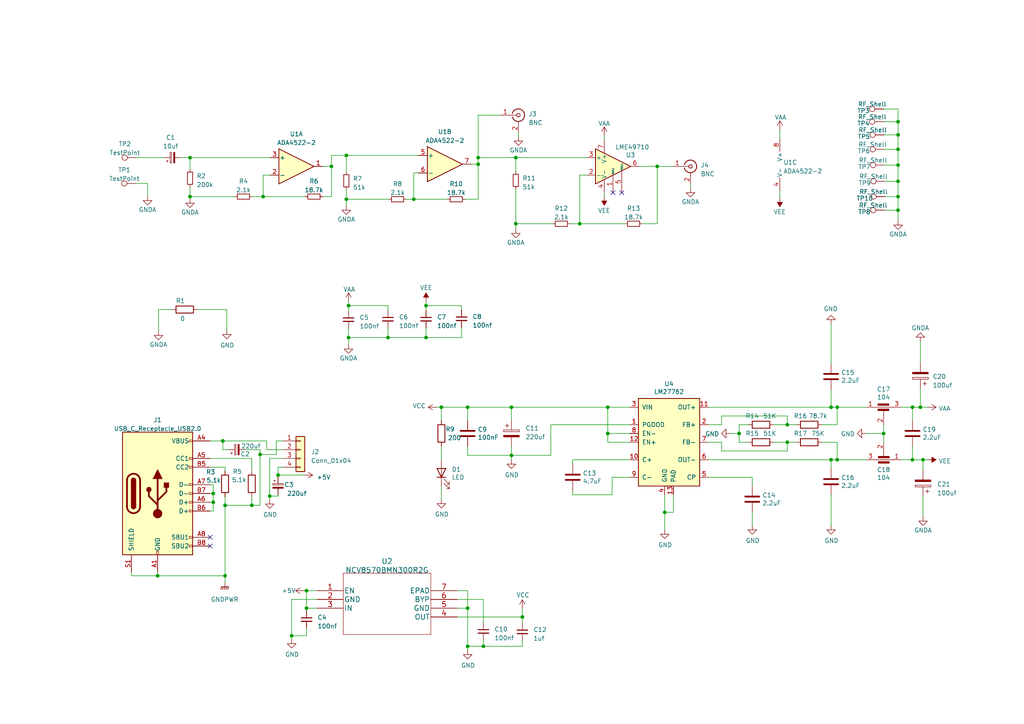
<source format=kicad_sch>
(kicad_sch (version 20220404) (generator eeschema)
  (paper "A4")
  (lib_symbols
    (symbol "Amplifier_Operational:NE5532" (pin_names (offset 0.127))
      (property "Reference" "U" (at 0 5.08 0))
      (property "Value" "NE5532" (at 0 -5.08 0))
      (symbol "NE5532_1_1"
        (pin output line (at 7.62 0 180) (length 2.54) (name "~") (number "1"))
        (pin input line (at -7.62 -2.54 0) (length 2.54) (name "-") (number "2"))
        (pin input line (at -7.62 2.54 0) (length 2.54) (name "+") (number "3"))
      )
      (symbol "NE5532_2_1"
        (pin input line (at -7.62 2.54 0) (length 2.54) (name "+") (number "5"))
        (pin input line (at -7.62 -2.54 0) (length 2.54) (name "-") (number "6"))
        (pin output line (at 7.62 0 180) (length 2.54) (name "~") (number "7"))
      )
      (symbol "NE5532_3_1"
        (pin power_in line (at -2.54 -7.62 90) (length 3.81) (name "V-") (number "4"))
        (pin power_in line (at -2.54 7.62 270) (length 3.81) (name "V+") (number "8"))
      )
    )
    (symbol "Amplifier_Operational:TL071" (pin_names (offset 0.127))
      (property "Reference" "U" (at 0 6.35 0))
      (property "Value" "TL071" (at 0 3.81 0))
      (symbol "TL071_1_1"
        (pin input line (at 0 -7.62 90) (length 5.08) (name "NULL") (number "1"))
        (pin input line (at -7.62 -2.54 0) (length 2.54) (name "-") (number "2"))
        (pin input line (at -7.62 2.54 0) (length 2.54) (name "+") (number "3"))
        (pin power_in line (at -2.54 -7.62 90) (length 3.81) (name "V-") (number "4"))
        (pin input line (at 2.54 -7.62 90) (length 6.35) (name "NULL") (number "5"))
        (pin output line (at 7.62 0 180) (length 2.54) (name "~") (number "6"))
        (pin power_in line (at -2.54 7.62 270) (length 3.81) (name "V+") (number "7"))
        (pin no_connect line (at 0 2.54 270) (length 2.54) hide (name "NC") (number "8"))
      )
    )
    (symbol "Connector:Conn_Coaxial" (pin_names (offset 1.016) hide)
      (property "Reference" "J" (at 0.254 3.048 0))
      (property "Value" "Conn_Coaxial" (at 2.921 0 90))
      (symbol "Conn_Coaxial_1_1"
        (pin passive line (at -5.08 0 0) (length 2.54) (name "In") (number "1"))
        (pin passive line (at 0 -5.08 90) (length 2.54) (name "Ext") (number "2"))
      )
    )
    (symbol "Connector:TestPoint" (pin_numbers hide) (pin_names (offset 0.762) hide)
      (property "Reference" "TP" (at 0 6.858 0))
      (property "Value" "TestPoint" (at 0 5.08 0))
      (symbol "TestPoint_1_1"
        (pin passive line (at 0 0 90) (length 2.54) (name "1") (number "1"))
      )
    )
    (symbol "Connector:USB_C_Receptacle_USB2.0" (pin_names (offset 1.016))
      (property "Reference" "J" (at -10.16 19.05 0))
      (property "Value" "USB_C_Receptacle_USB2.0" (at 19.05 19.05 0))
      (symbol "USB_C_Receptacle_USB2.0_1_1"
        (pin passive line (at 0 -22.86 90) (length 5.08) (name "GND") (number "A1"))
        (pin passive line (at 0 -22.86 90) (length 5.08) hide (name "GND") (number "A12"))
        (pin passive line (at 15.24 15.24 180) (length 5.08) (name "VBUS") (number "A4"))
        (pin bidirectional line (at 15.24 10.16 180) (length 5.08) (name "CC1") (number "A5"))
        (pin bidirectional line (at 15.24 -2.54 180) (length 5.08) (name "D+") (number "A6"))
        (pin bidirectional line (at 15.24 2.54 180) (length 5.08) (name "D-") (number "A7"))
        (pin bidirectional line (at 15.24 -12.7 180) (length 5.08) (name "SBU1") (number "A8"))
        (pin passive line (at 15.24 15.24 180) (length 5.08) hide (name "VBUS") (number "A9"))
        (pin passive line (at 0 -22.86 90) (length 5.08) hide (name "GND") (number "B1"))
        (pin passive line (at 0 -22.86 90) (length 5.08) hide (name "GND") (number "B12"))
        (pin passive line (at 15.24 15.24 180) (length 5.08) hide (name "VBUS") (number "B4"))
        (pin bidirectional line (at 15.24 7.62 180) (length 5.08) (name "CC2") (number "B5"))
        (pin bidirectional line (at 15.24 -5.08 180) (length 5.08) (name "D+") (number "B6"))
        (pin bidirectional line (at 15.24 0 180) (length 5.08) (name "D-") (number "B7"))
        (pin bidirectional line (at 15.24 -15.24 180) (length 5.08) (name "SBU2") (number "B8"))
        (pin passive line (at 15.24 15.24 180) (length 5.08) hide (name "VBUS") (number "B9"))
        (pin passive line (at -7.62 -22.86 90) (length 5.08) (name "SHIELD") (number "S1"))
      )
    )
    (symbol "Connector_Generic:Conn_01x04" (pin_names (offset 1.016) hide)
      (property "Reference" "J" (at 0 5.08 0))
      (property "Value" "Conn_01x04" (at 0 -7.62 0))
      (symbol "Conn_01x04_1_1"
        (pin passive line (at -5.08 2.54 0) (length 3.81) (name "Pin_1") (number "1"))
        (pin passive line (at -5.08 0 0) (length 3.81) (name "Pin_2") (number "2"))
        (pin passive line (at -5.08 -2.54 0) (length 3.81) (name "Pin_3") (number "3"))
        (pin passive line (at -5.08 -5.08 0) (length 3.81) (name "Pin_4") (number "4"))
      )
    )
    (symbol "Device:C" (pin_numbers hide) (pin_names (offset 0.254))
      (property "Reference" "C" (at 0.635 2.54 0))
      (property "Value" "C" (at 0.635 -2.54 0))
      (symbol "C_1_1"
        (pin passive line (at 0 3.81 270) (length 2.794) (name "~") (number "1"))
        (pin passive line (at 0 -3.81 90) (length 2.794) (name "~") (number "2"))
      )
    )
    (symbol "Device:C_Feedthrough" (pin_names (offset 0.254) hide)
      (property "Reference" "C" (at 0 7.62 0))
      (property "Value" "C_Feedthrough" (at 0 5.715 0))
      (symbol "C_Feedthrough_1_1"
        (pin passive line (at -5.08 2.54 0) (length 2.54) (name "1") (number "1"))
        (pin passive line (at 0 -2.54 90) (length 2.54) (name "2") (number "2"))
        (pin passive line (at 5.08 2.54 180) (length 2.54) (name "3") (number "3"))
      )
    )
    (symbol "Device:C_Polarized" (pin_numbers hide) (pin_names (offset 0.254))
      (property "Reference" "C" (at 0.635 2.54 0))
      (property "Value" "C_Polarized" (at 0.635 -2.54 0))
      (symbol "C_Polarized_1_1"
        (pin passive line (at 0 3.81 270) (length 2.794) (name "~") (number "1"))
        (pin passive line (at 0 -3.81 90) (length 2.794) (name "~") (number "2"))
      )
    )
    (symbol "Device:C_Polarized_Small" (pin_numbers hide) (pin_names (offset 0.254) hide)
      (property "Reference" "C" (at 0.254 1.778 0))
      (property "Value" "C_Polarized_Small" (at 0.254 -2.032 0))
      (symbol "C_Polarized_Small_1_1"
        (pin passive line (at 0 2.54 270) (length 1.8542) (name "~") (number "1"))
        (pin passive line (at 0 -2.54 90) (length 1.8542) (name "~") (number "2"))
      )
    )
    (symbol "Device:C_Small" (pin_numbers hide) (pin_names (offset 0.254) hide)
      (property "Reference" "C" (at 0.254 1.778 0))
      (property "Value" "C_Small" (at 0.254 -2.032 0))
      (symbol "C_Small_1_1"
        (pin passive line (at 0 2.54 270) (length 2.032) (name "~") (number "1"))
        (pin passive line (at 0 -2.54 90) (length 2.032) (name "~") (number "2"))
      )
    )
    (symbol "Device:LED" (pin_numbers hide) (pin_names (offset 1.016) hide)
      (property "Reference" "D" (at 0 2.54 0))
      (property "Value" "LED" (at 0 -2.54 0))
      (symbol "LED_1_1"
        (pin passive line (at -3.81 0 0) (length 2.54) (name "K") (number "1"))
        (pin passive line (at 3.81 0 180) (length 2.54) (name "A") (number "2"))
      )
    )
    (symbol "Device:R" (pin_numbers hide) (pin_names (offset 0))
      (property "Reference" "R" (at 2.032 0 90))
      (property "Value" "R" (at 0 0 90))
      (symbol "R_1_1"
        (pin passive line (at 0 3.81 270) (length 1.27) (name "~") (number "1"))
        (pin passive line (at 0 -3.81 90) (length 1.27) (name "~") (number "2"))
      )
    )
    (symbol "Device:R_Small" (pin_numbers hide) (pin_names (offset 0.254) hide)
      (property "Reference" "R" (at 0.762 0.508 0))
      (property "Value" "R_Small" (at 0.762 -1.016 0))
      (symbol "R_Small_1_1"
        (pin passive line (at 0 2.54 270) (length 0.762) (name "~") (number "1"))
        (pin passive line (at 0 -2.54 90) (length 0.762) (name "~") (number "2"))
      )
    )
    (symbol "NCV8579BMN:NCV8570BMN300R2G" (pin_names (offset 0.254))
      (property "Reference" "U" (at 20.32 10.16 0))
      (property "Value" "NCV8570BMN300R2G" (at 20.32 7.62 0))
      (symbol "NCV8570BMN300R2G_1_1"
        (pin unspecified line (at 0 0 0) (length 7.62) (name "EN") (number "1"))
        (pin power_in line (at 0 -2.54 0) (length 7.62) (name "GND") (number "2"))
        (pin input line (at 0 -5.08 0) (length 7.62) (name "IN") (number "3"))
        (pin output line (at 40.64 -7.62 180) (length 7.62) (name "OUT") (number "4"))
        (pin power_in line (at 40.64 -5.08 180) (length 7.62) (name "GND") (number "5"))
        (pin unspecified line (at 40.64 -2.54 180) (length 7.62) (name "BYP") (number "6"))
        (pin unspecified line (at 40.64 0 180) (length 7.62) (name "EPAD") (number "7"))
      )
    )
    (symbol "Regulator_SwitchedCapacitor:LM27762" (pin_names (offset 1.016))
      (property "Reference" "U" (at -6.604 8.89 0))
      (property "Value" "LM27762" (at 6.096 8.89 0))
      (symbol "LM27762_1_1"
        (pin open_collector line (at -10.16 0 0) (length 2.54) (name "PGOOD") (number "1"))
        (pin passive line (at -10.16 -10.16 0) (length 2.54) (name "C+") (number "10"))
        (pin power_out line (at 12.7 5.08 180) (length 2.54) (name "OUT+") (number "11"))
        (pin input line (at -10.16 -5.08 0) (length 2.54) (name "EN+") (number "12"))
        (pin power_in line (at 2.54 -20.32 90) (length 2.54) (name "PAD") (number "13"))
        (pin input line (at 12.7 0 180) (length 2.54) (name "FB+") (number "2"))
        (pin power_in line (at -10.16 5.08 0) (length 2.54) (name "VIN") (number "3"))
        (pin power_in line (at 0 -20.32 90) (length 2.54) (name "GND") (number "4"))
        (pin passive line (at 12.7 -15.24 180) (length 2.54) (name "CP") (number "5"))
        (pin power_out line (at 12.7 -10.16 180) (length 2.54) (name "OUT-") (number "6"))
        (pin input line (at 12.7 -5.08 180) (length 2.54) (name "FB-") (number "7"))
        (pin input line (at -10.16 -2.54 0) (length 2.54) (name "EN-") (number "8"))
        (pin passive line (at -10.16 -15.24 0) (length 2.54) (name "C-") (number "9"))
      )
    )
    (symbol "power:+5V" (power) (pin_names (offset 0))
      (property "Value" "+5V" (at 0 3.556 0))
      (symbol "+5V_1_1"
        (pin power_in line (at 0 0 90) (length 0) hide (name "+5V") (number "1"))
      )
    )
    (symbol "power:GND" (power) (pin_names (offset 0))
      (property "Value" "GND" (at 0 -3.81 0))
      (symbol "GND_1_1"
        (pin power_in line (at 0 0 270) (length 0) hide (name "GND") (number "1"))
      )
    )
    (symbol "power:GNDA" (power) (pin_names (offset 0))
      (property "Value" "GNDA" (at 0 -3.81 0))
      (symbol "GNDA_1_1"
        (pin power_in line (at 0 0 270) (length 0) hide (name "GNDA") (number "1"))
      )
    )
    (symbol "power:GNDPWR" (power) (pin_names (offset 0))
      (property "Value" "GNDPWR" (at 0 -3.302 0))
      (symbol "GNDPWR_1_1"
        (pin power_in line (at 0 0 270) (length 0) hide (name "GNDPWR") (number "1"))
      )
    )
    (symbol "power:VAA" (power) (pin_names (offset 0))
      (property "Value" "VAA" (at 0 3.81 0))
      (symbol "VAA_1_1"
        (pin power_in line (at 0 0 90) (length 0) hide (name "VAA") (number "1"))
      )
    )
    (symbol "power:VCC" (power) (pin_names (offset 0))
      (property "Value" "VCC" (at 0 3.81 0))
      (symbol "VCC_1_1"
        (pin power_in line (at 0 0 90) (length 0) hide (name "VCC") (number "1"))
      )
    )
    (symbol "power:VEE" (power) (pin_names (offset 0))
      (property "Value" "VEE" (at 0 3.81 0))
      (symbol "VEE_1_1"
        (pin power_in line (at 0 0 90) (length 0) hide (name "VEE") (number "1"))
      )
    )
  )
  (junction (at 256.286 125.73))
  (junction (at 88.9 176.403))
  (junction (at 123.571 88.646))
  (junction (at 55.118 45.72))
  (junction (at 45.72 167.005))
  (junction (at 138.684 45.72))
  (junction (at 135.636 118.11))
  (junction (at 84.582 184.404))
  (junction (at 260.477 47.879))
  (junction (at 260.477 57.023))
  (junction (at 88.9 171.323))
  (junction (at 112.522 97.917))
  (junction (at 149.606 45.72))
  (junction (at 138.684 47.625))
  (junction (at 267.716 133.35))
  (junction (at 260.477 52.578))
  (junction (at 241.046 118.11))
  (junction (at 151.511 178.943))
  (junction (at 135.636 187.452))
  (junction (at 80.645 137.795))
  (junction (at 65.278 146.558))
  (junction (at 168.148 64.897))
  (junction (at 135.636 176.403))
  (junction (at 61.849 143.129))
  (junction (at 149.606 64.897))
  (junction (at 100.457 57.785))
  (junction (at 64.643 127.889))
  (junction (at 148.336 132.08))
  (junction (at 120.015 57.785))
  (junction (at 176.276 125.73))
  (junction (at 123.571 97.917))
  (junction (at 96.139 48.26))
  (junction (at 65.278 167.005))
  (junction (at 61.849 145.669))
  (junction (at 260.477 35.306))
  (junction (at 73.025 146.558))
  (junction (at 242.824 133.35))
  (junction (at 228.346 128.27))
  (junction (at 260.477 60.96))
  (junction (at 241.046 133.35))
  (junction (at 55.118 57.023))
  (junction (at 228.346 123.19))
  (junction (at 190.627 48.26))
  (junction (at 75.438 131.826))
  (junction (at 148.336 118.11))
  (junction (at 242.824 118.11))
  (junction (at 100.457 45.085))
  (junction (at 76.327 57.023))
  (junction (at 260.477 39.116))
  (junction (at 101.092 97.917))
  (junction (at 214.376 125.73))
  (junction (at 176.276 118.11))
  (junction (at 101.092 88.646))
  (junction (at 128.016 118.11))
  (junction (at 140.208 187.452))
  (junction (at 264.668 118.11))
  (junction (at 266.954 118.11))
  (junction (at 78.232 143.891))
  (junction (at 260.477 43.307))
  (junction (at 264.668 133.35))
  (junction (at 192.786 148.59))
  (no_connect (at 60.96 158.369))
  (no_connect (at 60.96 155.829))
  (no_connect (at 180.34 55.88))
  (no_connect (at 177.8 55.88))
  (wire (pts (xy 264.668 129.54) (xy 264.668 133.35)))
  (wire (pts (xy 75.438 130.429) (xy 75.438 131.826)))
  (wire (pts (xy 159.766 132.08) (xy 148.336 132.08)))
  (wire (pts (xy 112.522 97.917) (xy 101.092 97.917)))
  (wire (pts (xy 66.167 130.429) (xy 64.643 130.429)))
  (wire (pts (xy 266.954 112.776) (xy 266.954 118.11)))
  (wire (pts (xy 78.359 50.8) (xy 76.327 50.8)))
  (wire (pts (xy 267.716 133.35) (xy 267.716 136.398)))
  (wire (pts (xy 149.606 45.72) (xy 170.18 45.72)))
  (wire (pts (xy 138.684 45.72) (xy 149.606 45.72)))
  (wire (pts (xy 73.152 57.023) (xy 76.327 57.023)))
  (wire (pts (xy 182.626 138.43) (xy 177.546 138.43)))
  (wire (pts (xy 132.588 176.403) (xy 135.636 176.403)))
  (wire (pts (xy 151.511 178.943) (xy 151.511 180.721)))
  (wire (pts (xy 211.836 125.73) (xy 214.376 125.73)))
  (wire (pts (xy 45.974 89.789) (xy 45.974 96.012)))
  (wire (pts (xy 266.954 105.156) (xy 266.954 99.06)))
  (wire (pts (xy 65.278 135.509) (xy 65.278 136.525)))
  (wire (pts (xy 241.046 93.98) (xy 241.046 105.41)))
  (wire (pts (xy 73.025 146.558) (xy 75.438 146.558)))
  (wire (pts (xy 135.636 118.11) (xy 128.016 118.11)))
  (wire (pts (xy 140.208 185.674) (xy 140.208 187.452)))
  (wire (pts (xy 82.042 135.509) (xy 80.645 135.509)))
  (wire (pts (xy 195.326 148.59) (xy 192.786 148.59)))
  (wire (pts (xy 93.599 57.023) (xy 96.139 57.023)))
  (wire (pts (xy 186.309 64.897) (xy 190.627 64.897)))
  (wire (pts (xy 264.668 118.11) (xy 264.668 121.92)))
  (wire (pts (xy 123.571 97.917) (xy 112.522 97.917)))
  (wire (pts (xy 135.636 121.92) (xy 135.636 118.11)))
  (wire (pts (xy 185.42 48.26) (xy 190.627 48.26)))
  (wire (pts (xy 260.477 47.879) (xy 260.477 52.578)))
  (wire (pts (xy 209.296 130.81) (xy 228.346 130.81)))
  (wire (pts (xy 151.511 185.801) (xy 151.511 187.452)))
  (wire (pts (xy 65.278 146.558) (xy 73.025 146.558)))
  (wire (pts (xy 135.636 132.08) (xy 148.336 132.08)))
  (wire (pts (xy 166.116 133.35) (xy 182.626 133.35)))
  (wire (pts (xy 138.684 47.625) (xy 138.684 57.785)))
  (wire (pts (xy 140.208 173.863) (xy 140.208 180.594)))
  (wire (pts (xy 73.025 144.145) (xy 73.025 146.558)))
  (wire (pts (xy 150.368 38.481) (xy 150.368 39.624)))
  (wire (pts (xy 77.343 130.429) (xy 77.343 127.889)))
  (wire (pts (xy 151.511 187.452) (xy 140.208 187.452)))
  (wire (pts (xy 228.346 123.19) (xy 230.886 123.19)))
  (wire (pts (xy 224.536 128.27) (xy 228.346 128.27)))
  (wire (pts (xy 49.784 89.789) (xy 45.974 89.789)))
  (wire (pts (xy 260.477 52.578) (xy 256.667 52.578)))
  (wire (pts (xy 214.376 123.19) (xy 214.376 125.73)))
  (wire (pts (xy 133.858 94.996) (xy 133.858 97.917)))
  (wire (pts (xy 205.486 128.27) (xy 209.296 128.27)))
  (wire (pts (xy 84.582 173.863) (xy 91.948 173.863)))
  (wire (pts (xy 80.645 143.51) (xy 80.645 143.891)))
  (wire (pts (xy 84.582 184.404) (xy 84.582 173.863)))
  (wire (pts (xy 121.412 50.165) (xy 120.015 50.165)))
  (wire (pts (xy 135.636 118.11) (xy 148.336 118.11)))
  (wire (pts (xy 100.457 45.085) (xy 96.139 45.085)))
  (wire (pts (xy 135.636 188.595) (xy 135.636 187.452)))
  (wire (pts (xy 175.26 55.88) (xy 175.26 57.023)))
  (wire (pts (xy 123.571 87.503) (xy 123.571 88.646)))
  (wire (pts (xy 76.327 57.023) (xy 88.519 57.023)))
  (wire (pts (xy 88.9 184.404) (xy 84.582 184.404)))
  (wire (pts (xy 128.016 121.92) (xy 128.016 118.11)))
  (wire (pts (xy 251.206 118.11) (xy 242.824 118.11)))
  (wire (pts (xy 260.477 43.307) (xy 260.477 47.879)))
  (wire (pts (xy 168.148 50.8) (xy 168.148 64.897)))
  (wire (pts (xy 100.457 45.085) (xy 100.457 49.911)))
  (wire (pts (xy 256.286 35.306) (xy 260.477 35.306)))
  (wire (pts (xy 242.824 128.27) (xy 242.824 133.35)))
  (wire (pts (xy 224.536 123.19) (xy 228.346 123.19)))
  (wire (pts (xy 256.413 39.116) (xy 260.477 39.116)))
  (wire (pts (xy 61.849 148.209) (xy 60.96 148.209)))
  (wire (pts (xy 149.606 45.72) (xy 149.606 49.784)))
  (wire (pts (xy 148.336 118.11) (xy 176.276 118.11)))
  (wire (pts (xy 120.015 57.785) (xy 117.856 57.785)))
  (wire (pts (xy 91.948 176.403) (xy 88.9 176.403)))
  (wire (pts (xy 256.667 57.023) (xy 260.477 57.023)))
  (wire (pts (xy 68.072 57.023) (xy 55.118 57.023)))
  (wire (pts (xy 82.042 130.429) (xy 77.343 130.429)))
  (wire (pts (xy 60.96 145.669) (xy 61.849 145.669)))
  (wire (pts (xy 177.546 143.51) (xy 166.116 143.51)))
  (wire (pts (xy 65.278 167.005) (xy 65.278 168.91)))
  (wire (pts (xy 205.486 118.11) (xy 241.046 118.11)))
  (wire (pts (xy 238.506 128.27) (xy 242.824 128.27)))
  (wire (pts (xy 192.786 143.51) (xy 192.786 148.59)))
  (wire (pts (xy 209.296 128.27) (xy 209.296 130.81)))
  (wire (pts (xy 182.626 123.19) (xy 159.766 123.19)))
  (wire (pts (xy 266.954 118.11) (xy 268.986 118.11)))
  (wire (pts (xy 39.497 45.72) (xy 47.498 45.72)))
  (wire (pts (xy 121.412 45.085) (xy 100.457 45.085)))
  (wire (pts (xy 160.274 64.897) (xy 149.606 64.897)))
  (wire (pts (xy 38.1 165.989) (xy 38.1 167.005)))
  (wire (pts (xy 138.684 57.785) (xy 134.874 57.785)))
  (wire (pts (xy 148.336 121.92) (xy 148.336 118.11)))
  (wire (pts (xy 135.636 171.323) (xy 132.588 171.323)))
  (wire (pts (xy 101.092 87.503) (xy 101.092 88.646)))
  (wire (pts (xy 128.016 129.54) (xy 128.016 133.35)))
  (wire (pts (xy 238.506 123.19) (xy 242.824 123.19)))
  (wire (pts (xy 128.016 140.97) (xy 128.016 144.78)))
  (wire (pts (xy 218.186 138.43) (xy 205.486 138.43)))
  (wire (pts (xy 251.206 125.73) (xy 256.286 125.73)))
  (wire (pts (xy 65.278 144.145) (xy 65.278 146.558)))
  (wire (pts (xy 176.276 118.11) (xy 182.626 118.11)))
  (wire (pts (xy 101.092 88.646) (xy 112.522 88.646)))
  (wire (pts (xy 242.824 133.35) (xy 241.046 133.35)))
  (wire (pts (xy 182.626 128.27) (xy 176.276 128.27)))
  (wire (pts (xy 101.092 95.25) (xy 101.092 97.917)))
  (wire (pts (xy 60.96 140.589) (xy 61.849 140.589)))
  (wire (pts (xy 256.413 43.307) (xy 260.477 43.307)))
  (wire (pts (xy 241.046 143.51) (xy 241.046 152.4)))
  (wire (pts (xy 260.477 57.023) (xy 260.477 60.96)))
  (wire (pts (xy 96.139 45.085) (xy 96.139 48.26)))
  (wire (pts (xy 192.786 148.59) (xy 192.786 153.67)))
  (wire (pts (xy 38.1 167.005) (xy 45.72 167.005)))
  (wire (pts (xy 260.477 35.306) (xy 260.477 39.116)))
  (wire (pts (xy 78.232 144.907) (xy 78.232 143.891)))
  (wire (pts (xy 65.786 89.789) (xy 65.786 95.758)))
  (wire (pts (xy 96.139 48.26) (xy 93.599 48.26)))
  (wire (pts (xy 256.286 128.27) (xy 256.286 125.73)))
  (wire (pts (xy 166.116 134.62) (xy 166.116 133.35)))
  (wire (pts (xy 71.247 130.429) (xy 75.438 130.429)))
  (wire (pts (xy 120.015 50.165) (xy 120.015 57.785)))
  (wire (pts (xy 80.137 127.889) (xy 80.137 131.826)))
  (wire (pts (xy 195.326 143.51) (xy 195.326 148.59)))
  (wire (pts (xy 218.186 140.97) (xy 218.186 138.43)))
  (wire (pts (xy 65.278 146.558) (xy 65.278 167.005)))
  (wire (pts (xy 100.457 57.785) (xy 100.457 59.69)))
  (wire (pts (xy 256.286 31.623) (xy 260.477 31.623)))
  (wire (pts (xy 80.645 137.795) (xy 80.645 138.43)))
  (wire (pts (xy 60.96 143.129) (xy 61.849 143.129)))
  (wire (pts (xy 135.636 129.54) (xy 135.636 132.08)))
  (wire (pts (xy 151.511 176.53) (xy 151.511 178.943)))
  (wire (pts (xy 136.652 47.625) (xy 138.684 47.625)))
  (wire (pts (xy 64.643 130.429) (xy 64.643 127.889)))
  (wire (pts (xy 132.588 178.943) (xy 151.511 178.943)))
  (wire (pts (xy 176.276 128.27) (xy 176.276 125.73)))
  (wire (pts (xy 226.187 55.372) (xy 226.187 57.404)))
  (wire (pts (xy 260.477 52.578) (xy 260.477 57.023)))
  (wire (pts (xy 132.588 173.863) (xy 140.208 173.863)))
  (wire (pts (xy 61.849 140.589) (xy 61.849 143.129)))
  (wire (pts (xy 256.54 47.879) (xy 260.477 47.879)))
  (wire (pts (xy 264.668 133.35) (xy 261.366 133.35)))
  (wire (pts (xy 228.346 128.27) (xy 230.886 128.27)))
  (wire (pts (xy 145.288 33.401) (xy 138.684 33.401)))
  (wire (pts (xy 267.716 133.35) (xy 264.668 133.35)))
  (wire (pts (xy 61.849 143.129) (xy 61.849 145.669)))
  (wire (pts (xy 100.457 57.785) (xy 100.457 54.991)))
  (wire (pts (xy 159.766 123.19) (xy 159.766 132.08)))
  (wire (pts (xy 96.139 57.023) (xy 96.139 48.26)))
  (wire (pts (xy 138.684 45.72) (xy 138.684 47.625)))
  (wire (pts (xy 148.336 132.08) (xy 148.336 133.35)))
  (wire (pts (xy 267.716 144.018) (xy 267.716 149.86)))
  (wire (pts (xy 52.578 45.72) (xy 55.118 45.72)))
  (wire (pts (xy 82.042 127.889) (xy 80.137 127.889)))
  (wire (pts (xy 264.668 118.11) (xy 266.954 118.11)))
  (wire (pts (xy 260.477 31.623) (xy 260.477 35.306)))
  (wire (pts (xy 216.916 123.19) (xy 214.376 123.19)))
  (wire (pts (xy 170.18 50.8) (xy 168.148 50.8)))
  (wire (pts (xy 200.279 53.34) (xy 200.279 54.61)))
  (wire (pts (xy 61.849 145.669) (xy 61.849 148.209)))
  (wire (pts (xy 55.118 45.72) (xy 78.359 45.72)))
  (wire (pts (xy 133.858 97.917) (xy 123.571 97.917)))
  (wire (pts (xy 205.486 123.19) (xy 209.296 123.19)))
  (wire (pts (xy 135.636 176.403) (xy 135.636 171.323)))
  (wire (pts (xy 42.799 53.213) (xy 42.799 56.896)))
  (wire (pts (xy 112.522 88.646) (xy 112.522 90.043)))
  (wire (pts (xy 260.477 60.96) (xy 260.477 64.008)))
  (wire (pts (xy 77.343 127.889) (xy 64.643 127.889)))
  (wire (pts (xy 101.092 88.646) (xy 101.092 90.17)))
  (wire (pts (xy 45.72 167.005) (xy 65.278 167.005)))
  (wire (pts (xy 177.546 138.43) (xy 177.546 143.51)))
  (wire (pts (xy 80.645 135.509) (xy 80.645 137.795)))
  (wire (pts (xy 120.015 57.785) (xy 129.794 57.785)))
  (wire (pts (xy 251.206 133.35) (xy 242.824 133.35)))
  (wire (pts (xy 128.016 118.11) (xy 126.746 118.11)))
  (wire (pts (xy 88.9 176.403) (xy 88.9 171.323)))
  (wire (pts (xy 256.286 125.73) (xy 256.286 123.19)))
  (wire (pts (xy 175.26 39.37) (xy 175.26 40.64)))
  (wire (pts (xy 78.232 132.969) (xy 82.042 132.969)))
  (wire (pts (xy 228.346 130.81) (xy 228.346 128.27)))
  (wire (pts (xy 182.626 125.73) (xy 176.276 125.73)))
  (wire (pts (xy 176.276 125.73) (xy 176.276 118.11)))
  (wire (pts (xy 112.776 57.785) (xy 100.457 57.785)))
  (wire (pts (xy 78.232 143.891) (xy 78.232 132.969)))
  (wire (pts (xy 218.186 148.59) (xy 218.186 152.4)))
  (wire (pts (xy 88.9 171.323) (xy 91.948 171.323)))
  (wire (pts (xy 165.354 64.897) (xy 168.148 64.897)))
  (wire (pts (xy 123.571 95.123) (xy 123.571 97.917)))
  (wire (pts (xy 214.376 128.27) (xy 216.916 128.27)))
  (wire (pts (xy 138.684 33.401) (xy 138.684 45.72)))
  (wire (pts (xy 242.824 118.11) (xy 241.046 118.11)))
  (wire (pts (xy 261.366 118.11) (xy 264.668 118.11)))
  (wire (pts (xy 256.54 60.96) (xy 260.477 60.96)))
  (wire (pts (xy 55.118 45.72) (xy 55.118 49.149)))
  (wire (pts (xy 123.571 88.646) (xy 123.571 90.043)))
  (wire (pts (xy 149.606 64.897) (xy 149.606 54.864)))
  (wire (pts (xy 268.986 133.35) (xy 267.716 133.35)))
  (wire (pts (xy 190.627 64.897) (xy 190.627 48.26)))
  (wire (pts (xy 88.138 137.795) (xy 80.645 137.795)))
  (wire (pts (xy 135.636 187.452) (xy 135.636 176.403)))
  (wire (pts (xy 148.336 129.54) (xy 148.336 132.08)))
  (wire (pts (xy 214.376 125.73) (xy 214.376 128.27)))
  (wire (pts (xy 101.092 97.917) (xy 101.092 99.949)))
  (wire (pts (xy 84.582 185.42) (xy 84.582 184.404)))
  (wire (pts (xy 73.025 132.969) (xy 73.025 136.525)))
  (wire (pts (xy 76.327 50.8) (xy 76.327 57.023)))
  (wire (pts (xy 45.72 165.989) (xy 45.72 167.005)))
  (wire (pts (xy 60.96 135.509) (xy 65.278 135.509)))
  (wire (pts (xy 242.824 123.19) (xy 242.824 118.11)))
  (wire (pts (xy 57.404 89.789) (xy 65.786 89.789)))
  (wire (pts (xy 205.486 133.35) (xy 241.046 133.35)))
  (wire (pts (xy 228.346 120.65) (xy 228.346 123.19)))
  (wire (pts (xy 133.858 88.646) (xy 133.858 89.916)))
  (wire (pts (xy 88.9 176.403) (xy 88.9 177.165)))
  (wire (pts (xy 241.046 133.35) (xy 241.046 135.89)))
  (wire (pts (xy 112.522 95.123) (xy 112.522 97.917)))
  (wire (pts (xy 260.477 39.116) (xy 260.477 43.307)))
  (wire (pts (xy 123.571 88.646) (xy 133.858 88.646)))
  (wire (pts (xy 226.187 37.592) (xy 226.187 40.132)))
  (wire (pts (xy 80.137 131.826) (xy 75.438 131.826)))
  (wire (pts (xy 60.96 132.969) (xy 73.025 132.969)))
  (wire (pts (xy 55.118 54.229) (xy 55.118 57.023)))
  (wire (pts (xy 168.148 64.897) (xy 181.229 64.897)))
  (wire (pts (xy 190.627 48.26) (xy 195.199 48.26)))
  (wire (pts (xy 75.438 131.826) (xy 75.438 146.558)))
  (wire (pts (xy 88.265 171.323) (xy 88.9 171.323)))
  (wire (pts (xy 60.96 127.889) (xy 64.643 127.889)))
  (wire (pts (xy 241.046 118.11) (xy 241.046 113.03)))
  (wire (pts (xy 209.296 123.19) (xy 209.296 120.65)))
  (wire (pts (xy 55.118 57.023) (xy 55.118 57.658)))
  (wire (pts (xy 166.116 143.51) (xy 166.116 142.24)))
  (wire (pts (xy 80.645 143.891) (xy 78.232 143.891)))
  (wire (pts (xy 209.296 120.65) (xy 228.346 120.65)))
  (wire (pts (xy 140.208 187.452) (xy 135.636 187.452)))
  (wire (pts (xy 149.606 64.897) (xy 149.606 66.421)))
  (wire (pts (xy 42.799 53.213) (xy 39.37 53.213)))
  (wire (pts (xy 88.9 182.245) (xy 88.9 184.404)))
  (symbol (lib_id "Device:C_Feedthrough") (at 256.286 130.81 180) (unit 1)
    (default_instance (reference "U") (unit 1) (value "") (footprint ""))
    (property "Reference" "C18" (at 256.286 136.2202 0))
    (property "Value" "104" (at 256.286 138.5316 0))
    (property "Footprint" "FP:C_Feed_0805_2012Metric" (effects hide))
  )
  (symbol (lib_id "power:GND") (at 218.186 152.4 0) (unit 1)
    (default_instance (reference "U") (unit 1) (value "") (footprint ""))
    (property "Reference" "#PWR026" (effects hide))
    (property "Value" "GND" (at 218.313 156.7942 0))
  )
  (symbol (lib_id "power:GNDA") (at 100.457 59.69 0) (unit 1)
    (default_instance (reference "#PWR") (unit 1) (value "GNDA") (footprint ""))
    (property "Reference" "#PWR010" (effects hide))
    (property "Value" "GNDA" (at 100.457 63.627 0))
  )
  (symbol (lib_id "power:GNDPWR") (at 65.278 168.91 0) (unit 1)
    (default_instance (reference "#PWR") (unit 1) (value "GNDPWR") (footprint ""))
    (property "Reference" "#PWR04" (effects hide))
    (property "Value" "GNDPWR" (at 65.151 173.863 0))
  )
  (symbol (lib_id "power:GND") (at 148.336 133.35 0) (unit 1)
    (default_instance (reference "U") (unit 1) (value "") (footprint ""))
    (property "Reference" "#PWR017" (effects hide))
    (property "Value" "GND" (at 148.463 137.7442 0))
  )
  (symbol (lib_id "Device:R") (at 73.025 140.335 180) (unit 1)
    (default_instance (reference "U") (unit 1) (value "") (footprint ""))
    (property "Reference" "R5" (at 68.834 136.779 0))
    (property "Value" "5.1k" (at 69.342 139.192 0))
    (property "Footprint" "Resistor_SMD:R_0603_1608Metric" (effects hide))
  )
  (symbol (lib_id "power:GNDA") (at 101.092 99.949 0) (unit 1)
    (default_instance (reference "#PWR") (unit 1) (value "GNDA") (footprint ""))
    (property "Reference" "#PWR012" (effects hide))
    (property "Value" "GNDA" (at 101.092 103.886 0))
  )
  (symbol (lib_id "power:GNDA") (at 149.606 66.421 0) (unit 1)
    (default_instance (reference "#PWR") (unit 1) (value "GNDA") (footprint ""))
    (property "Reference" "#PWR018" (effects hide))
    (property "Value" "GNDA" (at 149.606 70.358 0))
  )
  (symbol (lib_id "Device:C") (at 166.116 138.43 0) (unit 1)
    (default_instance (reference "U") (unit 1) (value "") (footprint ""))
    (property "Reference" "C13" (at 169.037 137.2616 0) (effects (justify left)))
    (property "Value" "4.7uF" (at 169.037 139.573 0) (effects (justify left)))
    (property "Footprint" "Capacitor_SMD:C_0805_2012Metric" (effects hide))
  )
  (symbol (lib_id "Device:R_Small") (at 132.334 57.785 90) (unit 1)
    (default_instance (reference "R") (unit 1) (value "R_Small") (footprint ""))
    (property "Reference" "R10" (at 132.334 53.34 90))
    (property "Value" "18.7k" (at 132.334 55.88 90))
    (property "Footprint" "Resistor_SMD:R_0603_1608Metric" (effects hide))
  )
  (symbol (lib_id "power:VAA") (at 268.986 118.11 270) (unit 1)
    (default_instance (reference "U") (unit 1) (value "") (footprint ""))
    (property "Reference" "#PWR035" (effects hide))
    (property "Value" "VAA" (at 272.2372 118.491 90) (effects (justify left)))
  )
  (symbol (lib_id "Amplifier_Operational:NE5532") (at 129.032 47.625 0) (unit 2)
    (default_instance (reference "U") (unit 1) (value "NE5532") (footprint ""))
    (property "Reference" "U1" (at 129.032 38.227 0))
    (property "Value" "ADA4522-2" (at 129.032 40.767 0))
    (property "Footprint" "Package_SO:SOIC-8_3.9x4.9mm_P1.27mm" (effects hide))
  )
  (symbol (lib_id "Device:R") (at 220.726 128.27 270) (unit 1)
    (default_instance (reference "U") (unit 1) (value "") (footprint ""))
    (property "Reference" "R15" (at 218.186 125.73 90))
    (property "Value" "51K" (at 223.266 125.73 90))
    (property "Footprint" "Resistor_SMD:R_0603_1608Metric" (effects hide))
  )
  (symbol (lib_id "Device:C_Polarized") (at 267.716 140.208 180) (unit 1)
    (default_instance (reference "C") (unit 1) (value "C_Polarized") (footprint ""))
    (property "Reference" "C21" (at 271.78 140.462 0) (effects (justify right)))
    (property "Value" "100uf" (at 271.78 143.002 0) (effects (justify right)))
    (property "Footprint" "Capacitor_SMD:C_1210_3225Metric" (effects hide))
  )
  (symbol (lib_id "power:GND") (at 78.232 144.907 0) (unit 1)
    (default_instance (reference "U") (unit 1) (value "") (footprint ""))
    (property "Reference" "#PWR06" (effects hide))
    (property "Value" "GND" (at 78.359 149.3012 0))
  )
  (symbol (lib_id "Connector:TestPoint") (at 256.286 31.623 90) (unit 1)
    (default_instance (reference "TP") (unit 1) (value "TestPoint") (footprint ""))
    (property "Reference" "TP3" (at 250.444 32.131 90))
    (property "Value" "RF_Shell" (at 252.984 30.226 90))
    (property "Footprint" "TestPoint:TestPoint_Pad_1.5x1.5mm" (effects hide))
  )
  (symbol (lib_id "Device:R") (at 220.726 123.19 270) (unit 1)
    (default_instance (reference "U") (unit 1) (value "") (footprint ""))
    (property "Reference" "R14" (at 218.186 120.65 90))
    (property "Value" "51K" (at 223.266 120.65 90))
    (property "Footprint" "Resistor_SMD:R_0603_1608Metric" (effects hide))
  )
  (symbol (lib_id "power:VEE") (at 226.187 57.404 180) (unit 1)
    (default_instance (reference "U") (unit 1) (value "") (footprint ""))
    (property "Reference" "#PWR028" (effects hide))
    (property "Value" "VEE" (at 227.965 61.468 0) (effects (justify left)))
  )
  (symbol (lib_id "Device:R") (at 234.696 123.19 270) (unit 1)
    (default_instance (reference "U") (unit 1) (value "") (footprint ""))
    (property "Reference" "R16" (at 232.156 120.65 90))
    (property "Value" "78.7k" (at 237.236 120.65 90))
    (property "Footprint" "Resistor_SMD:R_0603_1608Metric" (effects hide))
  )
  (symbol (lib_id "power:GNDA") (at 260.477 64.008 0) (unit 1)
    (default_instance (reference "#PWR") (unit 1) (value "GNDA") (footprint ""))
    (property "Reference" "#PWR032" (effects hide))
    (property "Value" "GNDA" (at 260.477 67.945 0))
  )
  (symbol (lib_id "Device:R_Small") (at 115.316 57.785 90) (unit 1)
    (default_instance (reference "R") (unit 1) (value "R_Small") (footprint ""))
    (property "Reference" "R8" (at 115.316 53.34 90))
    (property "Value" "2.1k" (at 115.316 55.88 90))
    (property "Footprint" "Resistor_SMD:R_0603_1608Metric" (effects hide))
  )
  (symbol (lib_id "Device:C_Polarized") (at 266.954 108.966 180) (unit 1)
    (default_instance (reference "C") (unit 1) (value "C_Polarized") (footprint ""))
    (property "Reference" "C20" (at 270.51 109.22 0) (effects (justify right)))
    (property "Value" "100uf" (at 270.51 111.76 0) (effects (justify right)))
    (property "Footprint" "Capacitor_SMD:C_1210_3225Metric" (effects hide))
  )
  (symbol (lib_id "power:GNDA") (at 200.279 54.61 0) (unit 1)
    (default_instance (reference "#PWR") (unit 1) (value "GNDA") (footprint ""))
    (property "Reference" "#PWR024" (effects hide))
    (property "Value" "GNDA" (at 200.279 58.547 0))
  )
  (symbol (lib_id "Device:R_Small") (at 55.118 51.689 0) (unit 1)
    (default_instance (reference "R") (unit 1) (value "R_Small") (footprint ""))
    (property "Reference" "R2" (at 57.023 51.054 0) (effects (justify left)))
    (property "Value" "200k" (at 57.023 53.594 0) (effects (justify left)))
    (property "Footprint" "Resistor_SMD:R_0603_1608Metric" (effects hide))
  )
  (symbol (lib_id "Device:LED") (at 128.016 137.16 90) (unit 1)
    (default_instance (reference "U") (unit 1) (value "") (footprint ""))
    (property "Reference" "D1" (at 131.0132 136.1694 90) (effects (justify right)))
    (property "Value" "LED" (at 131.0132 138.4808 90) (effects (justify right)))
    (property "Footprint" "LED_SMD:LED_0805_2012Metric" (effects hide))
  )
  (symbol (lib_id "Connector:TestPoint") (at 256.54 47.879 90) (unit 1)
    (default_instance (reference "TP") (unit 1) (value "TestPoint") (footprint ""))
    (property "Reference" "TP7" (at 250.698 48.387 90))
    (property "Value" "RF_Shell" (at 253.238 46.482 90))
    (property "Footprint" "TestPoint:TestPoint_Pad_1.5x1.5mm" (effects hide))
  )
  (symbol (lib_id "power:VCC") (at 151.511 176.53 0) (unit 1)
    (default_instance (reference "U") (unit 1) (value "") (footprint ""))
    (property "Reference" "#PWR020" (effects hide))
    (property "Value" "VCC" (at 149.733 172.593 0) (effects (justify left)))
  )
  (symbol (lib_id "Device:C_Small") (at 101.092 92.71 0) (unit 1)
    (default_instance (reference "C") (unit 1) (value "C_Small") (footprint ""))
    (property "Reference" "C5" (at 104.267 92.0813 0) (effects (justify left)))
    (property "Value" "100nf" (at 104.267 94.6213 0) (effects (justify left)))
    (property "Footprint" "Capacitor_SMD:C_0603_1608Metric" (effects hide))
  )
  (symbol (lib_id "Device:R_Small") (at 149.606 52.324 0) (unit 1)
    (default_instance (reference "R") (unit 1) (value "R_Small") (footprint ""))
    (property "Reference" "R11" (at 151.511 51.689 0) (effects (justify left)))
    (property "Value" "51k" (at 151.511 54.229 0) (effects (justify left)))
    (property "Footprint" "Resistor_SMD:R_0603_1608Metric" (effects hide))
  )
  (symbol (lib_id "power:GND") (at 241.046 93.98 180) (unit 1)
    (default_instance (reference "U") (unit 1) (value "") (footprint ""))
    (property "Reference" "#PWR029" (effects hide))
    (property "Value" "GND" (at 240.919 89.5858 0))
  )
  (symbol (lib_id "Amplifier_Operational:TL071") (at 177.8 48.26 0) (unit 1)
    (default_instance (reference "U") (unit 1) (value "TL071") (footprint ""))
    (property "Reference" "U3" (at 182.88 44.958 0))
    (property "Value" "LME49710" (at 183.388 42.672 0))
    (property "Footprint" "Package_SO:SOIC-8_3.9x4.9mm_P1.27mm" (effects hide))
  )
  (symbol (lib_id "Connector:TestPoint") (at 39.37 53.213 90) (unit 1)
    (default_instance (reference "TP") (unit 1) (value "TestPoint") (footprint ""))
    (property "Reference" "TP1" (at 36.068 49.276 90))
    (property "Value" "TestPoint" (at 36.068 51.816 90))
    (property "Footprint" "FP:P50 Tip" (effects hide))
  )
  (symbol (lib_id "power:GNDA") (at 42.799 56.896 0) (unit 1)
    (default_instance (reference "#PWR") (unit 1) (value "GNDA") (footprint ""))
    (property "Reference" "#PWR01" (effects hide))
    (property "Value" "GNDA" (at 42.799 60.833 0))
  )
  (symbol (lib_id "Regulator_SwitchedCapacitor:LM27762") (at 192.786 123.19 0) (unit 1)
    (default_instance (reference "U") (unit 1) (value "") (footprint ""))
    (property "Reference" "U4" (at 194.056 111.3282 0))
    (property "Value" "LM27762" (at 194.056 113.6396 0))
    (property "Footprint" "Package_SON:WSON-12-1EP_3x2mm_P0.5mm_EP1x2.65_ThermalVias" (effects hide))
    (property "Datasheet" "http://www.ti.com/lit/ds/symlink/lm27762.pdf" (effects hide))
  )
  (symbol (lib_id "Device:R") (at 128.016 125.73 180) (unit 1)
    (default_instance (reference "U") (unit 1) (value "") (footprint ""))
    (property "Reference" "R9" (at 130.556 124.46 0))
    (property "Value" "200" (at 131.826 127 0))
    (property "Footprint" "Resistor_SMD:R_0603_1608Metric" (effects hide))
  )
  (symbol (lib_id "Device:R") (at 53.594 89.789 270) (unit 1)
    (default_instance (reference "U") (unit 1) (value "") (footprint ""))
    (property "Reference" "R1" (at 52.324 87.249 90))
    (property "Value" "0" (at 52.959 92.456 90))
    (property "Footprint" "Resistor_SMD:R_0603_1608Metric" (effects hide))
  )
  (symbol (lib_id "power:+5V") (at 88.138 137.795 270) (unit 1)
    (default_instance (reference "#PWR") (unit 1) (value "+5V") (footprint ""))
    (property "Reference" "#PWR08" (effects hide))
    (property "Value" "+5V" (at 91.821 138.43 90) (effects (justify left)))
  )
  (symbol (lib_id "Device:C_Small") (at 112.522 92.583 0) (unit 1)
    (default_instance (reference "C") (unit 1) (value "C_Small") (footprint ""))
    (property "Reference" "C6" (at 115.697 91.9543 0) (effects (justify left)))
    (property "Value" "100nf" (at 115.697 94.4943 0) (effects (justify left)))
    (property "Footprint" "Capacitor_SMD:C_0603_1608Metric" (effects hide))
  )
  (symbol (lib_id "Connector:TestPoint") (at 256.413 43.307 90) (unit 1)
    (default_instance (reference "TP") (unit 1) (value "TestPoint") (footprint ""))
    (property "Reference" "TP6" (at 250.571 43.815 90))
    (property "Value" "RF_Shell" (at 253.111 41.91 90))
    (property "Footprint" "TestPoint:TestPoint_Pad_1.5x1.5mm" (effects hide))
  )
  (symbol (lib_id "power:VAA") (at 226.187 37.592 0) (unit 1)
    (default_instance (reference "U") (unit 1) (value "") (footprint ""))
    (property "Reference" "#PWR027" (effects hide))
    (property "Value" "VAA" (at 224.663 34.036 0) (effects (justify left)))
  )
  (symbol (lib_id "Connector:TestPoint") (at 256.667 52.578 90) (unit 1)
    (default_instance (reference "TP") (unit 1) (value "TestPoint") (footprint ""))
    (property "Reference" "TP9" (at 250.825 53.086 90))
    (property "Value" "RF_Shell" (at 253.365 51.181 90))
    (property "Footprint" "TestPoint:TestPoint_Pad_1.5x1.5mm" (effects hide))
  )
  (symbol (lib_id "Connector_Generic:Conn_01x04") (at 87.122 130.429 0) (unit 1)
    (default_instance (reference "J") (unit 1) (value "Conn_01x04") (footprint ""))
    (property "Reference" "J2" (at 90.17 131.064 0) (effects (justify left)))
    (property "Value" "Conn_01x04" (at 90.17 133.604 0) (effects (justify left)))
    (property "Footprint" "FP:5V1W" (effects hide))
  )
  (symbol (lib_id "power:VEE") (at 175.26 57.023 180) (unit 1)
    (default_instance (reference "U") (unit 1) (value "") (footprint ""))
    (property "Reference" "#PWR022" (effects hide))
    (property "Value" "VEE" (at 177.038 61.087 0) (effects (justify left)))
  )
  (symbol (lib_id "Device:R_Small") (at 70.612 57.023 90) (unit 1)
    (default_instance (reference "R") (unit 1) (value "R_Small") (footprint ""))
    (property "Reference" "R4" (at 70.612 52.578 90))
    (property "Value" "2.1k" (at 70.612 55.118 90))
    (property "Footprint" "Resistor_SMD:R_0603_1608Metric" (effects hide))
  )
  (symbol (lib_id "Device:R") (at 65.278 140.335 180) (unit 1)
    (default_instance (reference "U") (unit 1) (value "") (footprint ""))
    (property "Reference" "R3" (at 61.087 136.906 0))
    (property "Value" "5.1k" (at 61.976 139.319 0))
    (property "Footprint" "Resistor_SMD:R_0603_1608Metric" (effects hide))
  )
  (symbol (lib_id "Device:C_Polarized") (at 148.336 125.73 0) (unit 1)
    (default_instance (reference "C") (unit 1) (value "C_Polarized") (footprint ""))
    (property "Reference" "C11" (at 152.4 124.206 0) (effects (justify left)))
    (property "Value" "220uf" (at 152.4 126.746 0) (effects (justify left)))
    (property "Footprint" "Capacitor_THT:CP_Radial_D6.3mm_P2.50mm" (effects hide))
  )
  (symbol (lib_id "power:VCC") (at 126.746 118.11 90) (unit 1)
    (default_instance (reference "U") (unit 1) (value "") (footprint ""))
    (property "Reference" "#PWR014" (effects hide))
    (property "Value" "VCC" (at 123.4948 117.729 90) (effects (justify left)))
  )
  (symbol (lib_id "Device:C") (at 241.046 139.7 0) (unit 1)
    (default_instance (reference "U") (unit 1) (value "") (footprint ""))
    (property "Reference" "C16" (at 243.967 138.5316 0) (effects (justify left)))
    (property "Value" "2.2uF" (at 243.967 140.843 0) (effects (justify left)))
    (property "Footprint" "Capacitor_SMD:C_0603_1608Metric" (effects hide))
  )
  (symbol (lib_id "NCV8579BMN:NCV8570BMN300R2G") (at 91.948 171.323 0) (unit 1)
    (default_instance (reference "U") (unit 1) (value "NCV8570BMN300R2G") (footprint "DFN6_2X2P20_ONS"))
    (property "Reference" "U2" (at 112.268 162.814 0) (effects (font (size 1.524 1.524))))
    (property "Value" "NCV8570BMN300R2G" (at 112.268 165.354 0) (effects (font (size 1.524 1.524))))
    (property "Footprint" "FP:NCV8570BMN300R2G" (effects hide))
  )
  (symbol (lib_id "Device:C") (at 135.636 125.73 0) (unit 1)
    (default_instance (reference "U") (unit 1) (value "") (footprint ""))
    (property "Reference" "C9" (at 138.557 124.5616 0) (effects (justify left)))
    (property "Value" "100nF" (at 138.557 126.873 0) (effects (justify left)))
    (property "Footprint" "Capacitor_SMD:C_0603_1608Metric" (effects hide))
  )
  (symbol (lib_id "power:VEE") (at 123.571 87.503 0) (unit 1)
    (default_instance (reference "U") (unit 1) (value "") (footprint ""))
    (property "Reference" "#PWR013" (effects hide))
    (property "Value" "VEE" (at 121.793 83.439 0) (effects (justify left)))
  )
  (symbol (lib_id "Device:C_Small") (at 140.208 183.134 0) (unit 1)
    (default_instance (reference "C") (unit 1) (value "C_Small") (footprint ""))
    (property "Reference" "C10" (at 143.383 182.5053 0) (effects (justify left)))
    (property "Value" "100nf" (at 143.383 185.0453 0) (effects (justify left)))
    (property "Footprint" "Capacitor_SMD:C_0603_1608Metric" (effects hide))
  )
  (symbol (lib_id "Device:C_Feedthrough") (at 256.286 120.65 0) (unit 1)
    (default_instance (reference "U") (unit 1) (value "") (footprint ""))
    (property "Reference" "C17" (at 256.286 112.903 0))
    (property "Value" "104" (at 256.286 115.2144 0))
    (property "Footprint" "FP:C_Feed_0805_2012Metric" (effects hide))
  )
  (symbol (lib_id "power:+5V") (at 88.265 171.323 90) (unit 1)
    (default_instance (reference "#PWR") (unit 1) (value "+5V") (footprint ""))
    (property "Reference" "#PWR09" (effects hide))
    (property "Value" "+5V" (at 81.661 171.323 90) (effects (justify right)))
  )
  (symbol (lib_id "Device:R_Small") (at 162.814 64.897 90) (unit 1)
    (default_instance (reference "R") (unit 1) (value "R_Small") (footprint ""))
    (property "Reference" "R12" (at 162.814 60.452 90))
    (property "Value" "2.1k" (at 162.814 62.992 90))
    (property "Footprint" "Resistor_SMD:R_0603_1608Metric" (effects hide))
  )
  (symbol (lib_id "Device:C_Small") (at 151.511 183.261 0) (unit 1)
    (default_instance (reference "C") (unit 1) (value "C_Small") (footprint ""))
    (property "Reference" "C12" (at 154.686 182.6323 0) (effects (justify left)))
    (property "Value" "1uf" (at 154.686 185.1723 0) (effects (justify left)))
    (property "Footprint" "Capacitor_SMD:C_0603_1608Metric" (effects hide))
  )
  (symbol (lib_id "Device:R") (at 234.696 128.27 270) (unit 1)
    (default_instance (reference "U") (unit 1) (value "") (footprint ""))
    (property "Reference" "R17" (at 232.156 125.73 90))
    (property "Value" "75K" (at 237.236 125.73 90))
    (property "Footprint" "Resistor_SMD:R_0603_1608Metric" (effects hide))
  )
  (symbol (lib_id "power:GND") (at 251.206 125.73 270) (unit 1)
    (default_instance (reference "U") (unit 1) (value "") (footprint ""))
    (property "Reference" "#PWR031" (effects hide))
    (property "Value" "GND" (at 247.9548 125.857 90) (effects (justify right)))
  )
  (symbol (lib_id "power:GND") (at 192.786 153.67 0) (unit 1)
    (default_instance (reference "U") (unit 1) (value "") (footprint ""))
    (property "Reference" "#PWR023" (effects hide))
    (property "Value" "GND" (at 192.913 158.0642 0))
  )
  (symbol (lib_id "Device:C_Small") (at 133.858 92.456 0) (unit 1)
    (default_instance (reference "C") (unit 1) (value "C_Small") (footprint ""))
    (property "Reference" "C8" (at 137.033 91.8273 0) (effects (justify left)))
    (property "Value" "100nf" (at 137.033 94.3673 0) (effects (justify left)))
    (property "Footprint" "Capacitor_SMD:C_0603_1608Metric" (effects hide))
  )
  (symbol (lib_id "Amplifier_Operational:NE5532") (at 228.727 47.752 0) (unit 3)
    (default_instance (reference "U") (unit 1) (value "NE5532") (footprint ""))
    (property "Reference" "U1" (at 227.203 47.117 0) (effects (justify left)))
    (property "Value" "ADA4522-2" (at 227.203 49.657 0) (effects (justify left)))
    (property "Footprint" "Package_SO:SOIC-8_3.9x4.9mm_P1.27mm" (effects hide))
  )
  (symbol (lib_id "power:GNDA") (at 267.716 149.86 0) (unit 1)
    (default_instance (reference "#PWR") (unit 1) (value "GNDA") (footprint ""))
    (property "Reference" "#PWR034" (effects hide))
    (property "Value" "GNDA" (at 267.716 153.797 0))
  )
  (symbol (lib_id "Device:C") (at 241.046 109.22 0) (unit 1)
    (default_instance (reference "U") (unit 1) (value "") (footprint ""))
    (property "Reference" "C15" (at 243.967 108.0516 0) (effects (justify left)))
    (property "Value" "2.2uF" (at 243.967 110.363 0) (effects (justify left)))
    (property "Footprint" "Capacitor_SMD:C_0603_1608Metric" (effects hide))
  )
  (symbol (lib_id "power:GND") (at 84.582 185.42 0) (unit 1)
    (default_instance (reference "U") (unit 1) (value "") (footprint ""))
    (property "Reference" "#PWR07" (effects hide))
    (property "Value" "GND" (at 84.709 189.8142 0))
  )
  (symbol (lib_id "Device:C_Small") (at 88.9 179.705 0) (unit 1)
    (default_instance (reference "C") (unit 1) (value "C_Small") (footprint ""))
    (property "Reference" "C4" (at 92.075 179.0763 0) (effects (justify left)))
    (property "Value" "100nf" (at 92.075 181.6163 0) (effects (justify left)))
    (property "Footprint" "Capacitor_SMD:C_0603_1608Metric" (effects hide))
  )
  (symbol (lib_id "power:VEE") (at 268.986 133.35 270) (unit 1)
    (default_instance (reference "U") (unit 1) (value "") (footprint ""))
    (property "Reference" "#PWR036" (effects hide))
    (property "Value" "VEE" (at 272.2372 133.731 90) (effects (justify left)))
  )
  (symbol (lib_id "Device:C_Polarized_Small") (at 80.645 140.97 0) (unit 1)
    (default_instance (reference "C") (unit 1) (value "C_Polarized_Small") (footprint ""))
    (property "Reference" "C3" (at 83.82 140.589 0))
    (property "Value" "220uf" (at 86.106 143.129 0))
    (property "Footprint" "Capacitor_THT:CP_Radial_D6.3mm_P2.50mm" (effects hide))
  )
  (symbol (lib_id "Device:C") (at 264.668 125.73 0) (unit 1)
    (default_instance (reference "U") (unit 1) (value "") (footprint ""))
    (property "Reference" "C19" (at 267.589 124.5616 0) (effects (justify left)))
    (property "Value" "2.2uF" (at 267.589 126.873 0) (effects (justify left)))
    (property "Footprint" "Capacitor_SMD:C_0603_1608Metric" (effects hide))
  )
  (symbol (lib_id "Device:C") (at 218.186 144.78 0) (unit 1)
    (default_instance (reference "U") (unit 1) (value "") (footprint ""))
    (property "Reference" "C14" (at 221.107 143.6116 0) (effects (justify left)))
    (property "Value" "2.2uF" (at 221.107 145.923 0) (effects (justify left)))
    (property "Footprint" "Capacitor_SMD:C_0603_1608Metric" (effects hide))
  )
  (symbol (lib_id "power:VAA") (at 101.092 87.503 0) (unit 1)
    (default_instance (reference "U") (unit 1) (value "") (footprint ""))
    (property "Reference" "#PWR011" (effects hide))
    (property "Value" "VAA" (at 99.568 83.947 0) (effects (justify left)))
  )
  (symbol (lib_id "Device:R_Small") (at 91.059 57.023 90) (unit 1)
    (default_instance (reference "R") (unit 1) (value "R_Small") (footprint ""))
    (property "Reference" "R6" (at 91.059 52.578 90))
    (property "Value" "18.7k" (at 91.059 55.118 90))
    (property "Footprint" "Resistor_SMD:R_0603_1608Metric" (effects hide))
  )
  (symbol (lib_id "Connector:TestPoint") (at 256.667 57.023 90) (unit 1)
    (default_instance (reference "TP") (unit 1) (value "TestPoint") (footprint ""))
    (property "Reference" "TP10" (at 250.825 57.531 90))
    (property "Value" "RF_Shell" (at 253.365 55.626 90))
    (property "Footprint" "TestPoint:TestPoint_Pad_1.5x1.5mm" (effects hide))
  )
  (symbol (lib_id "Connector:TestPoint") (at 256.54 60.96 90) (unit 1)
    (default_instance (reference "TP") (unit 1) (value "TestPoint") (footprint ""))
    (property "Reference" "TP8" (at 250.698 61.468 90))
    (property "Value" "RF_Shell" (at 253.238 59.563 90))
    (property "Footprint" "TestPoint:TestPoint_Pad_1.5x1.5mm" (effects hide))
  )
  (symbol (lib_id "Device:R_Small") (at 100.457 52.451 0) (unit 1)
    (default_instance (reference "R") (unit 1) (value "R_Small") (footprint ""))
    (property "Reference" "R7" (at 102.362 51.816 0) (effects (justify left)))
    (property "Value" "51k" (at 102.362 54.356 0) (effects (justify left)))
    (property "Footprint" "Resistor_SMD:R_0603_1608Metric" (effects hide))
  )
  (symbol (lib_id "Connector:TestPoint") (at 39.497 45.72 90) (unit 1)
    (default_instance (reference "TP") (unit 1) (value "TestPoint") (footprint ""))
    (property "Reference" "TP2" (at 36.195 41.783 90))
    (property "Value" "TestPoint" (at 36.195 44.323 90))
    (property "Footprint" "FP:P50 Tip" (effects hide))
  )
  (symbol (lib_id "power:GNDA") (at 150.368 39.624 0) (unit 1)
    (default_instance (reference "#PWR") (unit 1) (value "GNDA") (footprint ""))
    (property "Reference" "#PWR019" (effects hide))
    (property "Value" "GNDA" (at 150.368 43.561 0))
  )
  (symbol (lib_id "power:GNDA") (at 266.954 99.06 180) (unit 1)
    (default_instance (reference "#PWR") (unit 1) (value "GNDA") (footprint ""))
    (property "Reference" "#PWR033" (effects hide))
    (property "Value" "GNDA" (at 266.954 95.123 0))
  )
  (symbol (lib_id "Connector:USB_C_Receptacle_USB2.0") (at 45.72 143.129 0) (unit 1)
    (default_instance (reference "J") (unit 1) (value "USB_C_Receptacle_USB2.0") (footprint ""))
    (property "Reference" "J1" (at 45.72 121.793 0))
    (property "Value" "USB_C_Receptacle_USB2.0" (at 45.72 124.333 0))
    (property "Footprint" "Connector_USB:USB_C_Receptacle_XKB_U262-16XN-4BVC11" (effects hide))
    (property "Datasheet" "https://www.usb.org/sites/default/files/documents/usb_type-c.zip" (effects hide))
  )
  (symbol (lib_id "Connector:Conn_Coaxial") (at 200.279 48.26 0) (unit 1)
    (default_instance (reference "J") (unit 1) (value "Conn_Coaxial") (footprint ""))
    (property "Reference" "J4" (at 203.2 47.9182 0) (effects (justify left)))
    (property "Value" "BNC" (at 203.2 50.4582 0) (effects (justify left)))
    (property "Footprint" "Connector_Coaxial:SMA_Amphenol_901-143_Horizontal" (effects hide))
    (property "Datasheet" " ~" (effects hide))
  )
  (symbol (lib_id "Device:C_Polarized_Small") (at 68.707 130.429 90) (unit 1)
    (default_instance (reference "C") (unit 1) (value "C_Polarized_Small") (footprint ""))
    (property "Reference" "C2" (at 71.12 131.699 90))
    (property "Value" "220uf" (at 72.771 129.413 90))
    (property "Footprint" "Capacitor_THT:CP_Radial_D6.3mm_P2.50mm" (effects hide))
  )
  (symbol (lib_id "Amplifier_Operational:NE5532") (at 85.979 48.26 0) (unit 1)
    (default_instance (reference "U") (unit 1) (value "NE5532") (footprint ""))
    (property "Reference" "U1" (at 85.979 38.862 0))
    (property "Value" "ADA4522-2" (at 85.979 41.402 0))
    (property "Footprint" "Package_SO:SOIC-8_3.9x4.9mm_P1.27mm" (effects hide))
  )
  (symbol (lib_id "power:GND") (at 211.836 125.73 270) (unit 1)
    (default_instance (reference "U") (unit 1) (value "") (footprint ""))
    (property "Reference" "#PWR025" (effects hide))
    (property "Value" "GND" (at 208.5848 125.857 90) (effects (justify right)))
  )
  (symbol (lib_id "power:GNDA") (at 55.118 57.658 0) (unit 1)
    (default_instance (reference "#PWR") (unit 1) (value "GNDA") (footprint ""))
    (property "Reference" "#PWR03" (effects hide))
    (property "Value" "GNDA" (at 55.118 61.595 0))
  )
  (symbol (lib_id "Connector:TestPoint") (at 256.286 35.306 90) (unit 1)
    (default_instance (reference "TP") (unit 1) (value "TestPoint") (footprint ""))
    (property "Reference" "TP4" (at 250.444 35.814 90))
    (property "Value" "RF_Shell" (at 252.984 33.909 90))
    (property "Footprint" "TestPoint:TestPoint_Pad_1.5x1.5mm" (effects hide))
  )
  (symbol (lib_id "power:GND") (at 65.786 95.758 0) (unit 1)
    (default_instance (reference "U") (unit 1) (value "") (footprint ""))
    (property "Reference" "#PWR05" (effects hide))
    (property "Value" "GND" (at 65.913 100.1522 0))
  )
  (symbol (lib_id "power:GND") (at 135.636 188.595 0) (unit 1)
    (default_instance (reference "U") (unit 1) (value "") (footprint ""))
    (property "Reference" "#PWR016" (effects hide))
    (property "Value" "GND" (at 135.763 192.9892 0))
  )
  (symbol (lib_id "Device:C_Polarized_Small") (at 50.038 45.72 90) (unit 1)
    (default_instance (reference "C") (unit 1) (value "C_Polarized_Small") (footprint ""))
    (property "Reference" "C1" (at 49.4919 39.878 90))
    (property "Value" "10uf" (at 49.4919 42.418 90))
    (property "Footprint" "Capacitor_THT:CP_Radial_D8.0mm_P3.50mm" (effects hide))
  )
  (symbol (lib_id "power:VAA") (at 175.26 39.37 0) (unit 1)
    (default_instance (reference "U") (unit 1) (value "") (footprint ""))
    (property "Reference" "#PWR021" (effects hide))
    (property "Value" "VAA" (at 173.482 35.814 0) (effects (justify left)))
  )
  (symbol (lib_id "Device:C_Small") (at 123.571 92.583 0) (unit 1)
    (default_instance (reference "C") (unit 1) (value "C_Small") (footprint ""))
    (property "Reference" "C7" (at 126.746 91.9543 0) (effects (justify left)))
    (property "Value" "100nf" (at 126.746 94.4943 0) (effects (justify left)))
    (property "Footprint" "Capacitor_SMD:C_0603_1608Metric" (effects hide))
  )
  (symbol (lib_id "power:GND") (at 241.046 152.4 0) (unit 1)
    (default_instance (reference "U") (unit 1) (value "") (footprint ""))
    (property "Reference" "#PWR030" (effects hide))
    (property "Value" "GND" (at 241.173 156.7942 0))
  )
  (symbol (lib_id "power:GND") (at 128.016 144.78 0) (unit 1)
    (default_instance (reference "U") (unit 1) (value "") (footprint ""))
    (property "Reference" "#PWR015" (effects hide))
    (property "Value" "GND" (at 128.143 149.1742 0))
  )
  (symbol (lib_id "Connector:Conn_Coaxial") (at 150.368 33.401 0) (unit 1)
    (default_instance (reference "J") (unit 1) (value "Conn_Coaxial") (footprint ""))
    (property "Reference" "J3" (at 153.289 33.0592 0) (effects (justify left)))
    (property "Value" "BNC" (at 153.289 35.5992 0) (effects (justify left)))
    (property "Footprint" "Connector_Coaxial:SMA_Amphenol_901-143_Horizontal" (effects hide))
    (property "Datasheet" " ~" (effects hide))
  )
  (symbol (lib_id "power:GNDA") (at 45.974 96.012 0) (unit 1)
    (default_instance (reference "#PWR") (unit 1) (value "GNDA") (footprint ""))
    (property "Reference" "#PWR02" (effects hide))
    (property "Value" "GNDA" (at 45.974 99.949 0))
  )
  (symbol (lib_id "Connector:TestPoint") (at 256.413 39.116 90) (unit 1)
    (default_instance (reference "TP") (unit 1) (value "TestPoint") (footprint ""))
    (property "Reference" "TP5" (at 250.571 39.624 90))
    (property "Value" "RF_Shell" (at 253.111 37.719 90))
    (property "Footprint" "TestPoint:TestPoint_Pad_1.5x1.5mm" (effects hide))
  )
  (symbol (lib_id "Device:R_Small") (at 183.769 64.897 90) (unit 1)
    (default_instance (reference "R") (unit 1) (value "R_Small") (footprint ""))
    (property "Reference" "R13" (at 183.769 60.452 90))
    (property "Value" "18.7k" (at 183.769 62.992 90))
    (property "Footprint" "Resistor_SMD:R_0603_1608Metric" (effects hide))
  )
)
</source>
